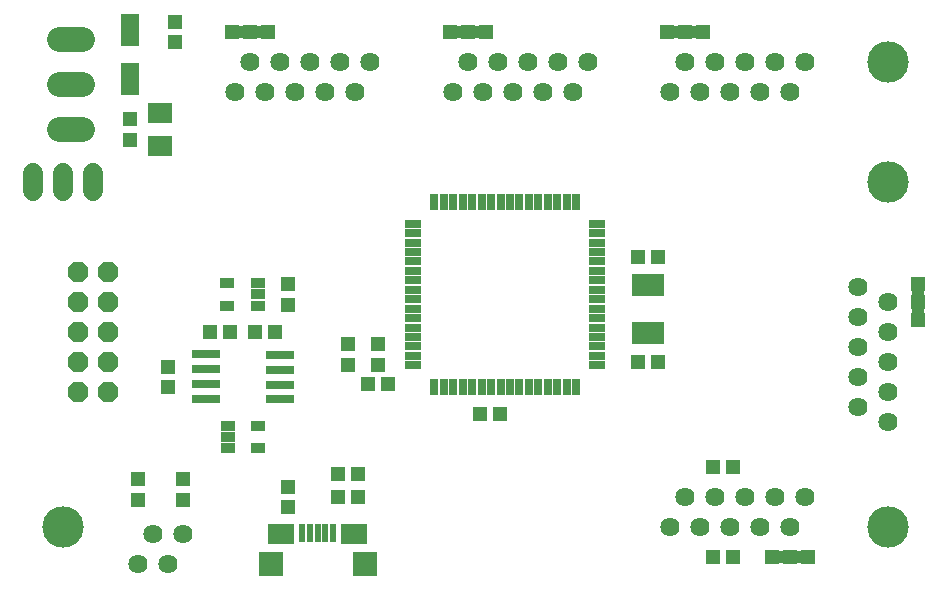
<source format=gts>
G75*
G70*
%OFA0B0*%
%FSLAX24Y24*%
%IPPOS*%
%LPD*%
%AMOC8*
5,1,8,0,0,1.08239X$1,22.5*
%
%ADD10R,0.0631X0.1104*%
%ADD11R,0.0474X0.0513*%
%ADD12R,0.0790X0.0710*%
%ADD13R,0.0513X0.0474*%
%ADD14R,0.1080X0.0780*%
%ADD15OC8,0.0680*%
%ADD16C,0.0640*%
%ADD17C,0.1379*%
%ADD18R,0.0550X0.0300*%
%ADD19R,0.0300X0.0550*%
%ADD20R,0.0946X0.0277*%
%ADD21R,0.0470X0.0352*%
%ADD22C,0.0680*%
%ADD23C,0.0830*%
%ADD24R,0.0480X0.0480*%
%ADD25R,0.0200X0.0400*%
%ADD26R,0.0400X0.0200*%
%ADD27R,0.0218X0.0631*%
%ADD28R,0.0789X0.0828*%
%ADD29R,0.0907X0.0710*%
D10*
X006802Y017751D03*
X006802Y019365D03*
D11*
X008302Y019643D03*
X008302Y018974D03*
X014052Y008893D03*
X014052Y008224D03*
X014717Y007558D03*
X015387Y007558D03*
X015052Y008224D03*
X015052Y008893D03*
X014387Y004558D03*
X013717Y004558D03*
X013717Y003808D03*
X014387Y003808D03*
X012052Y003474D03*
X012052Y004143D03*
X008552Y004393D03*
X008552Y003724D03*
X007052Y003724D03*
X007052Y004393D03*
X008052Y007474D03*
X008052Y008143D03*
X026217Y004808D03*
X026887Y004808D03*
X026887Y001808D03*
X026217Y001808D03*
D12*
X007802Y015498D03*
X007802Y016618D03*
D13*
X006802Y016393D03*
X006802Y015724D03*
X012052Y010893D03*
X012052Y010224D03*
X011637Y009308D03*
X010967Y009308D03*
X010137Y009308D03*
X009467Y009308D03*
X018467Y006558D03*
X019137Y006558D03*
X023717Y008308D03*
X024387Y008308D03*
X024387Y011808D03*
X023717Y011808D03*
D14*
X024052Y010858D03*
X024052Y009258D03*
D15*
X006052Y009308D03*
X005052Y009308D03*
X005052Y008308D03*
X006052Y008308D03*
X006052Y007308D03*
X005052Y007308D03*
X005052Y010308D03*
X006052Y010308D03*
X006052Y011308D03*
X005052Y011308D03*
D16*
X010302Y017308D03*
X011302Y017308D03*
X012302Y017308D03*
X013302Y017308D03*
X014302Y017308D03*
X014802Y018308D03*
X013802Y018308D03*
X012802Y018308D03*
X011802Y018308D03*
X010802Y018308D03*
X017552Y017308D03*
X018552Y017308D03*
X019552Y017308D03*
X020552Y017308D03*
X021552Y017308D03*
X022052Y018308D03*
X021052Y018308D03*
X020052Y018308D03*
X019052Y018308D03*
X018052Y018308D03*
X024802Y017308D03*
X025802Y017308D03*
X026802Y017308D03*
X027802Y017308D03*
X028802Y017308D03*
X029302Y018308D03*
X028302Y018308D03*
X027302Y018308D03*
X026302Y018308D03*
X025302Y018308D03*
X031052Y010808D03*
X032052Y010308D03*
X031052Y009808D03*
X032052Y009308D03*
X031052Y008808D03*
X032052Y008308D03*
X031052Y007808D03*
X032052Y007308D03*
X031052Y006808D03*
X032052Y006308D03*
X029302Y003808D03*
X028302Y003808D03*
X027302Y003808D03*
X026302Y003808D03*
X025302Y003808D03*
X025802Y002808D03*
X024802Y002808D03*
X026802Y002808D03*
X027802Y002808D03*
X028802Y002808D03*
X008552Y002558D03*
X007552Y002558D03*
X008052Y001558D03*
X007052Y001558D03*
D17*
X004552Y002808D03*
X032052Y002808D03*
X032052Y014308D03*
X032052Y018308D03*
D18*
X022373Y012920D03*
X022373Y012606D03*
X022373Y012291D03*
X022373Y011976D03*
X022373Y011661D03*
X022373Y011346D03*
X022373Y011031D03*
X022373Y010716D03*
X022373Y010401D03*
X022373Y010086D03*
X022373Y009771D03*
X022373Y009456D03*
X022373Y009141D03*
X022373Y008826D03*
X022373Y008511D03*
X022373Y008196D03*
X016231Y008196D03*
X016231Y008511D03*
X016231Y008826D03*
X016231Y009141D03*
X016231Y009456D03*
X016231Y009771D03*
X016231Y010086D03*
X016231Y010401D03*
X016231Y010716D03*
X016231Y011031D03*
X016231Y011346D03*
X016231Y011661D03*
X016231Y011976D03*
X016231Y012291D03*
X016231Y012606D03*
X016231Y012920D03*
D19*
X016940Y013629D03*
X017255Y013629D03*
X017570Y013629D03*
X017885Y013629D03*
X018200Y013629D03*
X018514Y013629D03*
X018829Y013629D03*
X019144Y013629D03*
X019459Y013629D03*
X019774Y013629D03*
X020089Y013629D03*
X020404Y013629D03*
X020719Y013629D03*
X021034Y013629D03*
X021349Y013629D03*
X021664Y013629D03*
X021664Y007487D03*
X021349Y007487D03*
X021034Y007487D03*
X020719Y007487D03*
X020404Y007487D03*
X020089Y007487D03*
X019774Y007487D03*
X019459Y007487D03*
X019144Y007487D03*
X018829Y007487D03*
X018514Y007487D03*
X018200Y007487D03*
X017885Y007487D03*
X017570Y007487D03*
X017255Y007487D03*
X016940Y007487D03*
D20*
X011794Y007554D03*
X011794Y008054D03*
X011794Y008554D03*
X011794Y007058D03*
X009310Y007058D03*
X009310Y007558D03*
X009310Y008058D03*
X009310Y008558D03*
D21*
X010040Y010184D03*
X011060Y010184D03*
X011060Y010558D03*
X011060Y010932D03*
X010040Y010932D03*
X010044Y006182D03*
X010044Y005808D03*
X010044Y005434D03*
X011064Y005434D03*
X011064Y006182D03*
D22*
X005552Y014008D02*
X005552Y014608D01*
X004552Y014608D02*
X004552Y014008D01*
X003552Y014008D02*
X003552Y014608D01*
D23*
X004427Y016058D02*
X005177Y016058D01*
X005177Y017558D02*
X004427Y017558D01*
X004427Y019058D02*
X005177Y019058D01*
D24*
X010202Y019308D03*
X010802Y019308D03*
X011402Y019308D03*
X017452Y019308D03*
X018052Y019308D03*
X018652Y019308D03*
X024702Y019308D03*
X025302Y019308D03*
X025902Y019308D03*
X033052Y010908D03*
X033052Y010308D03*
X033052Y009708D03*
X029402Y001808D03*
X028802Y001808D03*
X028202Y001808D03*
D25*
X028502Y001808D03*
X029102Y001808D03*
X025602Y019308D03*
X025002Y019308D03*
X018352Y019308D03*
X017752Y019308D03*
X011102Y019308D03*
X010502Y019308D03*
D26*
X033052Y010608D03*
X033052Y010008D03*
D27*
X013564Y002602D03*
X013308Y002602D03*
X013052Y002602D03*
X012796Y002602D03*
X012540Y002602D03*
D28*
X011477Y001558D03*
X014627Y001558D03*
D29*
X014272Y002562D03*
X011831Y002562D03*
M02*

</source>
